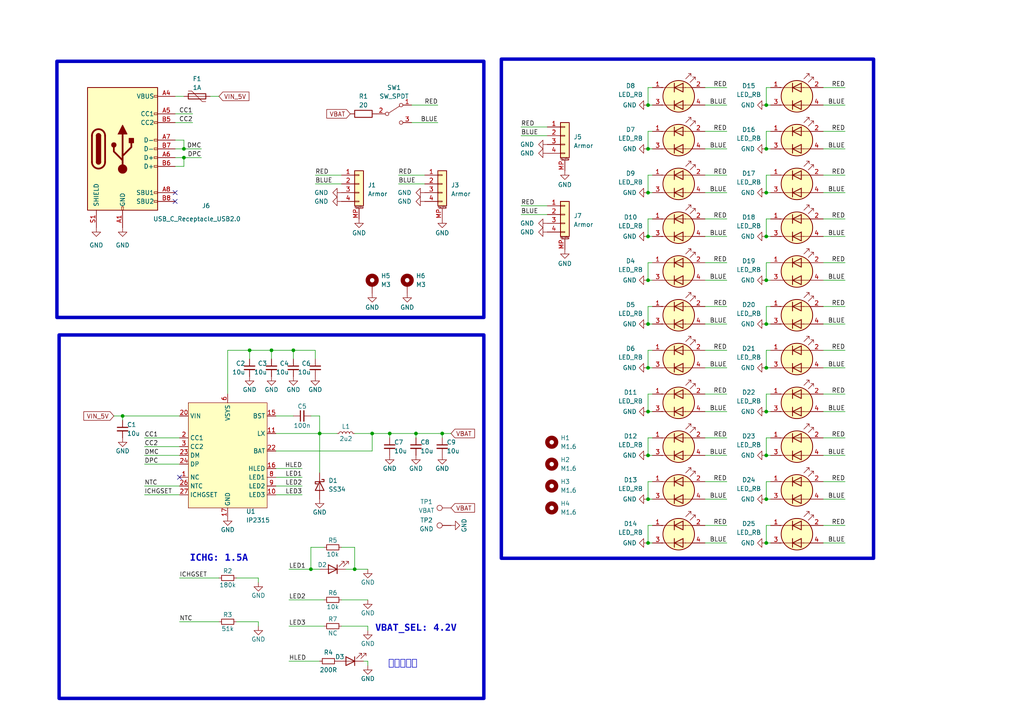
<source format=kicad_sch>
(kicad_sch (version 20231120) (generator "eeschema") (generator_version "8.0")
  (paper "A4")
  (lib_symbols
    (symbol "AEX7 DC-DC:IP2315"
      (property "Reference" "U" (at 14.224 19.558 0))
      (property "Value" "IP2315" (at 14.224 19.558 0))
      (symbol "IP2315_0_0"
        (pin unspecified line (at 13.97 -11.43 180) (length 2.54) (name "LED3") (number "10"))
        (pin unspecified line (at 13.97 6.35 180) (length 2.54) (name "LX") (number "11"))
        (pin unspecified line (at 13.97 11.43 180) (length 2.54) (name "BST") (number "15"))
        (pin unspecified line (at 13.97 -3.81 180) (length 2.54) (name "HLED") (number "16"))
        (pin unspecified line (at 0 -17.78 90) (length 2.54) (name "GND") (number "17"))
        (pin unspecified line (at -13.97 5.08 0) (length 2.54) (name "CC1") (number "2"))
        (pin unspecified line (at 13.97 1.27 180) (length 2.54) (name "BAT") (number "22"))
        (pin unspecified line (at -13.97 0 0) (length 2.54) (name "DM") (number "23"))
        (pin unspecified line (at -13.97 -2.54 0) (length 2.54) (name "DP") (number "24"))
        (pin unspecified line (at -13.97 -8.89 0) (length 2.54) (name "NTC") (number "26"))
        (pin unspecified line (at -13.97 -11.43 0) (length 2.54) (name "ICHGSET") (number "27"))
        (pin unspecified line (at -13.97 2.54 0) (length 2.54) (name "CC2") (number "3"))
        (pin unspecified line (at 0 17.78 270) (length 2.54) (name "VSYS") (number "6"))
        (pin unspecified line (at 13.97 -6.35 180) (length 2.54) (name "LED1") (number "8"))
        (pin unspecified line (at 13.97 -8.89 180) (length 2.54) (name "LED2") (number "9"))
      )
      (symbol "IP2315_1_0"
        (pin unspecified line (at -13.97 -6.35 0) (length 2.54) (name "NC") (number "1"))
        (pin unspecified line (at 13.97 6.35 180) (length 2.54) hide (name "LX") (number "12"))
        (pin unspecified line (at 13.97 6.35 180) (length 2.54) hide (name "LX") (number "13"))
        (pin unspecified line (at 13.97 6.35 180) (length 2.54) hide (name "LX") (number "14"))
        (pin unspecified line (at 0 17.78 270) (length 2.54) hide (name "VSYS") (number "18"))
        (pin unspecified line (at 0 17.78 270) (length 2.54) hide (name "VSYS") (number "19"))
        (pin unspecified line (at -13.97 11.43 0) (length 2.54) (name "VIN") (number "20"))
        (pin unspecified line (at -13.97 11.43 0) (length 2.54) hide (name "VIN") (number "21"))
        (pin unspecified line (at -13.97 -6.35 0) (length 2.54) hide (name "NC") (number "25"))
        (pin unspecified line (at -13.97 -6.35 0) (length 2.54) hide (name "NC") (number "28"))
        (pin unspecified line (at -13.97 -6.35 0) (length 2.54) hide (name "NC") (number "29"))
        (pin unspecified line (at -13.97 -6.35 0) (length 2.54) hide (name "NC") (number "30"))
        (pin unspecified line (at 0 -17.78 90) (length 2.54) hide (name "GND") (number "31"))
        (pin unspecified line (at -13.97 -6.35 0) (length 2.54) hide (name "NC") (number "32"))
        (pin unspecified line (at 0 -17.78 90) (length 2.54) hide (name "GND") (number "33"))
        (pin unspecified line (at -13.97 -6.35 0) (length 2.54) hide (name "NC") (number "4"))
        (pin no_connect line (at -13.97 -6.35 0) (length 2.54) hide (name "NC") (number "5"))
        (pin unspecified line (at 0 17.78 270) (length 2.54) hide (name "VSYS") (number "7"))
      )
    )
    (symbol "Connector:TestPoint" (pin_numbers hide) (pin_names (offset 0.762) hide)
      (property "Reference" "TP" (at 0 6.858 0))
      (property "Value" "TestPoint" (at 0 5.08 0))
      (symbol "TestPoint_1_1"
        (pin passive line (at 0 0 90) (length 2.54) (name "1") (number "1"))
      )
    )
    (symbol "Connector:USB_C_Receptacle_USB2.0" (pin_names (offset 1.016))
      (property "Reference" "J" (at -10.16 19.05 0))
      (property "Value" "USB_C_Receptacle_USB2.0" (at 19.05 19.05 0))
      (symbol "USB_C_Receptacle_USB2.0_1_1"
        (pin passive line (at 0 -22.86 90) (length 5.08) (name "GND") (number "A1"))
        (pin passive line (at 0 -22.86 90) (length 5.08) hide (name "GND") (number "A12"))
        (pin passive line (at 15.24 15.24 180) (length 5.08) (name "VBUS") (number "A4"))
        (pin bidirectional line (at 15.24 10.16 180) (length 5.08) (name "CC1") (number "A5"))
        (pin bidirectional line (at 15.24 -2.54 180) (length 5.08) (name "D+") (number "A6"))
        (pin bidirectional line (at 15.24 2.54 180) (length 5.08) (name "D-") (number "A7"))
        (pin bidirectional line (at 15.24 -12.7 180) (length 5.08) (name "SBU1") (number "A8"))
        (pin passive line (at 15.24 15.24 180) (length 5.08) hide (name "VBUS") (number "A9"))
        (pin passive line (at 0 -22.86 90) (length 5.08) hide (name "GND") (number "B1"))
        (pin passive line (at 0 -22.86 90) (length 5.08) hide (name "GND") (number "B12"))
        (pin passive line (at 15.24 15.24 180) (length 5.08) hide (name "VBUS") (number "B4"))
        (pin bidirectional line (at 15.24 7.62 180) (length 5.08) (name "CC2") (number "B5"))
        (pin bidirectional line (at 15.24 -5.08 180) (length 5.08) (name "D+") (number "B6"))
        (pin bidirectional line (at 15.24 0 180) (length 5.08) (name "D-") (number "B7"))
        (pin bidirectional line (at 15.24 -15.24 180) (length 5.08) (name "SBU2") (number "B8"))
        (pin passive line (at 15.24 15.24 180) (length 5.08) hide (name "VBUS") (number "B9"))
        (pin passive line (at -7.62 -22.86 90) (length 5.08) (name "SHIELD") (number "S1"))
      )
    )
    (symbol "Connector_Generic_MountingPin:Conn_01x04_MountingPin" (pin_names (offset 1.016) hide)
      (property "Reference" "J" (at 0 5.08 0))
      (property "Value" "Conn_01x04_MountingPin" (at 1.27 -7.62 0))
      (symbol "Conn_01x04_MountingPin_1_1"
        (text "Mounting" (at 0 -6.731 0) (effects (font (size 0.381 0.381))))
        (pin passive line (at -5.08 2.54 0) (length 3.81) (name "Pin_1") (number "1"))
        (pin passive line (at -5.08 0 0) (length 3.81) (name "Pin_2") (number "2"))
        (pin passive line (at -5.08 -2.54 0) (length 3.81) (name "Pin_3") (number "3"))
        (pin passive line (at -5.08 -5.08 0) (length 3.81) (name "Pin_4") (number "4"))
        (pin passive line (at 0 -10.16 90) (length 3.048) (name "MountPin") (number "MP"))
      )
    )
    (symbol "Device:C_Small" (pin_numbers hide) (pin_names (offset 0.254) hide)
      (property "Reference" "C" (at 0.254 1.778 0))
      (property "Value" "C_Small" (at 0.254 -2.032 0))
      (symbol "C_Small_1_1"
        (pin passive line (at 0 2.54 270) (length 2.032) (name "~") (number "1"))
        (pin passive line (at 0 -2.54 90) (length 2.032) (name "~") (number "2"))
      )
    )
    (symbol "Device:LED" (pin_numbers hide) (pin_names (offset 1.016) hide)
      (property "Reference" "D" (at 0 2.54 0))
      (property "Value" "LED" (at 0 -2.54 0))
      (symbol "LED_1_1"
        (pin passive line (at -3.81 0 0) (length 2.54) (name "K") (number "1"))
        (pin passive line (at 3.81 0 180) (length 2.54) (name "A") (number "2"))
      )
    )
    (symbol "Device:LED_Dual_KAKA" (pin_names (offset 0) hide)
      (property "Reference" "D" (at 0 5.715 0))
      (property "Value" "LED_Dual_KAKA" (at 0 -6.35 0))
      (symbol "LED_Dual_KAKA_1_1"
        (pin input line (at -7.62 2.54 0) (length 3.048) (name "A1") (number "1"))
        (pin input line (at 7.62 2.54 180) (length 3.81) (name "K1") (number "2"))
        (pin input line (at -7.62 -2.54 0) (length 3.048) (name "A2") (number "3"))
        (pin input line (at 7.62 -2.54 180) (length 3.81) (name "K2") (number "4"))
      )
    )
    (symbol "Device:L_Small" (pin_numbers hide) (pin_names (offset 0.254) hide)
      (property "Reference" "L" (at 0.762 1.016 0))
      (property "Value" "L_Small" (at 0.762 -1.016 0))
      (symbol "L_Small_1_1"
        (pin passive line (at 0 2.54 270) (length 0.508) (name "~") (number "1"))
        (pin passive line (at 0 -2.54 90) (length 0.508) (name "~") (number "2"))
      )
    )
    (symbol "Device:Polyfuse" (pin_numbers hide) (pin_names (offset 0))
      (property "Reference" "F" (at -2.54 0 90))
      (property "Value" "Polyfuse" (at 2.54 0 90))
      (symbol "Polyfuse_1_1"
        (pin passive line (at 0 3.81 270) (length 1.27) (name "~") (number "1"))
        (pin passive line (at 0 -3.81 90) (length 1.27) (name "~") (number "2"))
      )
    )
    (symbol "Device:R" (pin_numbers hide) (pin_names (offset 0))
      (property "Reference" "R" (at 2.032 0 90))
      (property "Value" "R" (at 0 0 90))
      (symbol "R_1_1"
        (pin passive line (at 0 3.81 270) (length 1.27) (name "~") (number "1"))
        (pin passive line (at 0 -3.81 90) (length 1.27) (name "~") (number "2"))
      )
    )
    (symbol "Device:R_Small" (pin_numbers hide) (pin_names (offset 0.254) hide)
      (property "Reference" "R" (at 0.762 0.508 0))
      (property "Value" "R_Small" (at 0.762 -1.016 0))
      (symbol "R_Small_1_1"
        (pin passive line (at 0 2.54 270) (length 0.762) (name "~") (number "1"))
        (pin passive line (at 0 -2.54 90) (length 0.762) (name "~") (number "2"))
      )
    )
    (symbol "Diode:SS34" (pin_numbers hide) (pin_names (offset 1.016) hide)
      (property "Reference" "D" (at 0 2.54 0))
      (property "Value" "SS34" (at 0 -2.54 0))
      (symbol "SS34_1_1"
        (pin passive line (at -3.81 0 0) (length 2.54) (name "K") (number "1"))
        (pin passive line (at 3.81 0 180) (length 2.54) (name "A") (number "2"))
      )
    )
    (symbol "Mechanical:MountingHole" (pin_names (offset 1.016)) (exclude_from_sim yes) (in_bom no)
      (property "Reference" "H" (at 0 5.08 0))
      (property "Value" "MountingHole" (at 0 3.175 0))
    )
    (symbol "Mechanical:MountingHole_Pad" (pin_numbers hide) (pin_names (offset 1.016) hide) (exclude_from_sim yes) (in_bom no)
      (property "Reference" "H" (at 0 6.35 0))
      (property "Value" "MountingHole_Pad" (at 0 4.445 0))
      (symbol "MountingHole_Pad_1_1"
        (pin input line (at 0 -2.54 90) (length 2.54) (name "1") (number "1"))
      )
    )
    (symbol "Switch:SW_SPDT" (pin_names (offset 0) hide)
      (property "Reference" "SW" (at 0 4.318 0))
      (property "Value" "SW_SPDT" (at 0 -5.08 0))
      (symbol "SW_SPDT_1_1"
        (pin passive line (at 5.08 2.54 180) (length 2.54) (name "A") (number "1"))
        (pin passive line (at -5.08 0 0) (length 2.54) (name "B") (number "2"))
        (pin passive line (at 5.08 -2.54 180) (length 2.54) (name "C") (number "3"))
      )
    )
    (symbol "power:GND" (power) (pin_names (offset 0))
      (property "Value" "GND" (at 0 -3.81 0))
      (symbol "GND_1_1"
        (pin power_in line (at 0 0 270) (length 0) hide (name "GND") (number "1"))
      )
    )
  )
  (junction (at 222.25 81.28))
  (junction (at 92.71 125.73))
  (junction (at 53.34 43.18))
  (junction (at 222.25 132.08))
  (junction (at 222.25 157.48))
  (junction (at 222.25 106.68))
  (junction (at 187.96 157.48))
  (junction (at 187.96 119.38))
  (junction (at 90.17 165.1))
  (junction (at 222.25 43.18))
  (junction (at 187.96 43.18))
  (junction (at 187.96 68.58))
  (junction (at 35.56 120.65))
  (junction (at 187.96 81.28))
  (junction (at 187.96 132.08))
  (junction (at 222.25 68.58))
  (junction (at 120.65 125.73))
  (junction (at 222.25 30.48))
  (junction (at 187.96 106.68))
  (junction (at 85.09 101.6))
  (junction (at 128.27 125.73))
  (junction (at 107.95 125.73))
  (junction (at 222.25 55.88))
  (junction (at 113.03 125.73))
  (junction (at 187.96 144.78))
  (junction (at 187.96 93.98))
  (junction (at 222.25 144.78))
  (junction (at 222.25 119.38))
  (junction (at 53.34 45.72))
  (junction (at 102.87 165.1))
  (junction (at 187.96 55.88))
  (junction (at 187.96 30.48))
  (junction (at 222.25 93.98))
  (junction (at 72.39 101.6))
  (junction (at 78.74 101.6))
  (no_connect (at 52.07 138.43))
  (no_connect (at 50.8 55.88))
  (no_connect (at 50.8 58.42))
  (wire (pts (xy 102.87 165.1) (xy 106.68 165.1)))
  (wire (pts (xy 210.82 43.18) (xy 204.47 43.18)))
  (wire (pts (xy 210.82 106.68) (xy 204.47 106.68)))
  (wire (pts (xy 245.11 127) (xy 238.76 127)))
  (wire (pts (xy 222.25 25.4) (xy 223.52 25.4)))
  (wire (pts (xy 245.11 157.48) (xy 238.76 157.48)))
  (wire (pts (xy 222.25 152.4) (xy 223.52 152.4)))
  (wire (pts (xy 187.96 63.5) (xy 189.23 63.5)))
  (wire (pts (xy 245.11 152.4) (xy 238.76 152.4)))
  (wire (pts (xy 41.91 134.62) (xy 52.07 134.62)))
  (wire (pts (xy 245.11 63.5) (xy 238.76 63.5)))
  (wire (pts (xy 187.96 55.88) (xy 187.96 50.8)))
  (wire (pts (xy 245.11 38.1) (xy 238.76 38.1)))
  (wire (pts (xy 187.96 68.58) (xy 187.96 63.5)))
  (wire (pts (xy 41.91 129.54) (xy 52.07 129.54)))
  (wire (pts (xy 210.82 25.4) (xy 204.47 25.4)))
  (wire (pts (xy 90.17 165.1) (xy 92.71 165.1)))
  (wire (pts (xy 222.25 119.38) (xy 223.52 119.38)))
  (wire (pts (xy 91.44 53.34) (xy 99.06 53.34)))
  (wire (pts (xy 187.96 132.08) (xy 187.96 127)))
  (wire (pts (xy 87.63 143.51) (xy 80.01 143.51)))
  (wire (pts (xy 120.65 125.73) (xy 128.27 125.73)))
  (wire (pts (xy 106.68 191.77) (xy 106.68 193.04)))
  (wire (pts (xy 85.09 101.6) (xy 85.09 104.14)))
  (wire (pts (xy 187.96 152.4) (xy 189.23 152.4)))
  (wire (pts (xy 210.82 127) (xy 204.47 127)))
  (wire (pts (xy 58.42 43.18) (xy 53.34 43.18)))
  (wire (pts (xy 99.06 158.75) (xy 102.87 158.75)))
  (wire (pts (xy 245.11 50.8) (xy 238.76 50.8)))
  (wire (pts (xy 245.11 132.08) (xy 238.76 132.08)))
  (wire (pts (xy 210.82 38.1) (xy 204.47 38.1)))
  (wire (pts (xy 102.87 158.75) (xy 102.87 165.1)))
  (wire (pts (xy 187.96 43.18) (xy 189.23 43.18)))
  (wire (pts (xy 187.96 93.98) (xy 189.23 93.98)))
  (wire (pts (xy 80.01 135.89) (xy 87.63 135.89)))
  (wire (pts (xy 187.96 157.48) (xy 187.96 152.4)))
  (wire (pts (xy 222.25 76.2) (xy 223.52 76.2)))
  (wire (pts (xy 92.71 125.73) (xy 97.79 125.73)))
  (wire (pts (xy 115.57 53.34) (xy 123.19 53.34)))
  (wire (pts (xy 106.68 181.61) (xy 106.68 182.88)))
  (wire (pts (xy 35.56 120.65) (xy 52.07 120.65)))
  (wire (pts (xy 187.96 76.2) (xy 189.23 76.2)))
  (wire (pts (xy 78.74 104.14) (xy 78.74 101.6)))
  (wire (pts (xy 115.57 50.8) (xy 123.19 50.8)))
  (wire (pts (xy 91.44 101.6) (xy 91.44 104.14)))
  (wire (pts (xy 210.82 63.5) (xy 204.47 63.5)))
  (wire (pts (xy 187.96 55.88) (xy 189.23 55.88)))
  (wire (pts (xy 66.04 101.6) (xy 72.39 101.6)))
  (wire (pts (xy 210.82 88.9) (xy 204.47 88.9)))
  (wire (pts (xy 127 35.56) (xy 119.38 35.56)))
  (wire (pts (xy 187.96 119.38) (xy 189.23 119.38)))
  (wire (pts (xy 187.96 38.1) (xy 189.23 38.1)))
  (wire (pts (xy 128.27 125.73) (xy 128.27 127)))
  (wire (pts (xy 74.93 180.34) (xy 74.93 181.61)))
  (wire (pts (xy 41.91 140.97) (xy 52.07 140.97)))
  (wire (pts (xy 87.63 140.97) (xy 80.01 140.97)))
  (wire (pts (xy 187.96 139.7) (xy 189.23 139.7)))
  (wire (pts (xy 151.13 36.83) (xy 158.75 36.83)))
  (wire (pts (xy 187.96 50.8) (xy 189.23 50.8)))
  (wire (pts (xy 245.11 43.18) (xy 238.76 43.18)))
  (wire (pts (xy 187.96 144.78) (xy 189.23 144.78)))
  (wire (pts (xy 107.95 130.81) (xy 107.95 125.73)))
  (wire (pts (xy 151.13 62.23) (xy 158.75 62.23)))
  (wire (pts (xy 245.11 81.28) (xy 238.76 81.28)))
  (wire (pts (xy 210.82 152.4) (xy 204.47 152.4)))
  (wire (pts (xy 222.25 43.18) (xy 223.52 43.18)))
  (wire (pts (xy 151.13 39.37) (xy 158.75 39.37)))
  (wire (pts (xy 210.82 81.28) (xy 204.47 81.28)))
  (wire (pts (xy 33.02 120.65) (xy 35.56 120.65)))
  (wire (pts (xy 210.82 55.88) (xy 204.47 55.88)))
  (wire (pts (xy 107.95 125.73) (xy 113.03 125.73)))
  (wire (pts (xy 187.96 81.28) (xy 189.23 81.28)))
  (wire (pts (xy 41.91 143.51) (xy 52.07 143.51)))
  (wire (pts (xy 222.25 30.48) (xy 223.52 30.48)))
  (wire (pts (xy 222.25 119.38) (xy 222.25 114.3)))
  (wire (pts (xy 222.25 88.9) (xy 223.52 88.9)))
  (wire (pts (xy 222.25 43.18) (xy 222.25 38.1)))
  (wire (pts (xy 85.09 101.6) (xy 91.44 101.6)))
  (wire (pts (xy 87.63 138.43) (xy 80.01 138.43)))
  (wire (pts (xy 187.96 114.3) (xy 189.23 114.3)))
  (wire (pts (xy 187.96 68.58) (xy 189.23 68.58)))
  (wire (pts (xy 53.34 45.72) (xy 53.34 48.26)))
  (wire (pts (xy 68.58 180.34) (xy 74.93 180.34)))
  (wire (pts (xy 222.25 81.28) (xy 222.25 76.2)))
  (wire (pts (xy 50.8 45.72) (xy 53.34 45.72)))
  (wire (pts (xy 222.25 144.78) (xy 223.52 144.78)))
  (wire (pts (xy 92.71 120.65) (xy 92.71 125.73)))
  (wire (pts (xy 210.82 50.8) (xy 204.47 50.8)))
  (wire (pts (xy 210.82 139.7) (xy 204.47 139.7)))
  (wire (pts (xy 245.11 25.4) (xy 238.76 25.4)))
  (wire (pts (xy 245.11 144.78) (xy 238.76 144.78)))
  (wire (pts (xy 35.56 120.65) (xy 35.56 121.92)))
  (wire (pts (xy 53.34 48.26) (xy 50.8 48.26)))
  (wire (pts (xy 41.91 127) (xy 52.07 127)))
  (wire (pts (xy 245.11 68.58) (xy 238.76 68.58)))
  (wire (pts (xy 222.25 144.78) (xy 222.25 139.7)))
  (wire (pts (xy 245.11 93.98) (xy 238.76 93.98)))
  (wire (pts (xy 187.96 101.6) (xy 189.23 101.6)))
  (wire (pts (xy 83.82 191.77) (xy 92.71 191.77)))
  (wire (pts (xy 80.01 125.73) (xy 92.71 125.73)))
  (wire (pts (xy 222.25 127) (xy 223.52 127)))
  (wire (pts (xy 210.82 76.2) (xy 204.47 76.2)))
  (wire (pts (xy 187.96 25.4) (xy 189.23 25.4)))
  (wire (pts (xy 222.25 139.7) (xy 223.52 139.7)))
  (wire (pts (xy 222.25 50.8) (xy 223.52 50.8)))
  (wire (pts (xy 113.03 125.73) (xy 113.03 127)))
  (wire (pts (xy 210.82 101.6) (xy 204.47 101.6)))
  (wire (pts (xy 187.96 88.9) (xy 189.23 88.9)))
  (wire (pts (xy 50.8 35.56) (xy 55.88 35.56)))
  (wire (pts (xy 222.25 55.88) (xy 223.52 55.88)))
  (wire (pts (xy 99.06 181.61) (xy 106.68 181.61)))
  (wire (pts (xy 105.41 191.77) (xy 106.68 191.77)))
  (wire (pts (xy 68.58 167.64) (xy 74.93 167.64)))
  (wire (pts (xy 222.25 157.48) (xy 222.25 152.4)))
  (wire (pts (xy 222.25 93.98) (xy 222.25 88.9)))
  (wire (pts (xy 187.96 144.78) (xy 187.96 139.7)))
  (wire (pts (xy 187.96 93.98) (xy 187.96 88.9)))
  (wire (pts (xy 187.96 106.68) (xy 189.23 106.68)))
  (wire (pts (xy 210.82 114.3) (xy 204.47 114.3)))
  (wire (pts (xy 245.11 139.7) (xy 238.76 139.7)))
  (wire (pts (xy 187.96 119.38) (xy 187.96 114.3)))
  (wire (pts (xy 245.11 30.48) (xy 238.76 30.48)))
  (wire (pts (xy 222.25 114.3) (xy 223.52 114.3)))
  (wire (pts (xy 74.93 167.64) (xy 74.93 168.91)))
  (wire (pts (xy 187.96 132.08) (xy 189.23 132.08)))
  (wire (pts (xy 245.11 106.68) (xy 238.76 106.68)))
  (wire (pts (xy 128.27 125.73) (xy 130.81 125.73)))
  (wire (pts (xy 210.82 30.48) (xy 204.47 30.48)))
  (wire (pts (xy 187.96 43.18) (xy 187.96 38.1)))
  (wire (pts (xy 120.65 125.73) (xy 120.65 127)))
  (wire (pts (xy 210.82 93.98) (xy 204.47 93.98)))
  (wire (pts (xy 245.11 114.3) (xy 238.76 114.3)))
  (wire (pts (xy 72.39 104.14) (xy 72.39 101.6)))
  (wire (pts (xy 222.25 63.5) (xy 223.52 63.5)))
  (wire (pts (xy 78.74 101.6) (xy 85.09 101.6)))
  (wire (pts (xy 245.11 88.9) (xy 238.76 88.9)))
  (wire (pts (xy 222.25 157.48) (xy 223.52 157.48)))
  (wire (pts (xy 50.8 40.64) (xy 53.34 40.64)))
  (wire (pts (xy 210.82 132.08) (xy 204.47 132.08)))
  (wire (pts (xy 83.82 173.99) (xy 93.98 173.99)))
  (wire (pts (xy 93.98 158.75) (xy 90.17 158.75)))
  (wire (pts (xy 102.87 165.1) (xy 100.33 165.1)))
  (wire (pts (xy 53.34 40.64) (xy 53.34 43.18)))
  (wire (pts (xy 127 30.48) (xy 119.38 30.48)))
  (wire (pts (xy 222.25 81.28) (xy 223.52 81.28)))
  (wire (pts (xy 92.71 125.73) (xy 92.71 137.16)))
  (wire (pts (xy 91.44 50.8) (xy 99.06 50.8)))
  (wire (pts (xy 187.96 106.68) (xy 187.96 101.6)))
  (wire (pts (xy 66.04 114.3) (xy 66.04 101.6)))
  (wire (pts (xy 222.25 101.6) (xy 223.52 101.6)))
  (wire (pts (xy 90.17 120.65) (xy 92.71 120.65)))
  (wire (pts (xy 222.25 93.98) (xy 223.52 93.98)))
  (wire (pts (xy 151.13 59.69) (xy 158.75 59.69)))
  (wire (pts (xy 222.25 55.88) (xy 222.25 50.8)))
  (wire (pts (xy 222.25 106.68) (xy 223.52 106.68)))
  (wire (pts (xy 72.39 101.6) (xy 78.74 101.6)))
  (wire (pts (xy 52.07 167.64) (xy 63.5 167.64)))
  (wire (pts (xy 222.25 30.48) (xy 222.25 25.4)))
  (wire (pts (xy 210.82 157.48) (xy 204.47 157.48)))
  (wire (pts (xy 83.82 181.61) (xy 93.98 181.61)))
  (wire (pts (xy 222.25 132.08) (xy 223.52 132.08)))
  (wire (pts (xy 113.03 125.73) (xy 120.65 125.73)))
  (wire (pts (xy 245.11 101.6) (xy 238.76 101.6)))
  (wire (pts (xy 80.01 130.81) (xy 107.95 130.81)))
  (wire (pts (xy 99.06 173.99) (xy 106.68 173.99)))
  (wire (pts (xy 222.25 68.58) (xy 222.25 63.5)))
  (wire (pts (xy 210.82 144.78) (xy 204.47 144.78)))
  (wire (pts (xy 50.8 33.02) (xy 55.88 33.02)))
  (wire (pts (xy 222.25 106.68) (xy 222.25 101.6)))
  (wire (pts (xy 52.07 180.34) (xy 63.5 180.34)))
  (wire (pts (xy 187.96 81.28) (xy 187.96 76.2)))
  (wire (pts (xy 60.96 27.94) (xy 63.5 27.94)))
  (wire (pts (xy 222.25 38.1) (xy 223.52 38.1)))
  (wire (pts (xy 50.8 27.94) (xy 53.34 27.94)))
  (wire (pts (xy 187.96 30.48) (xy 189.23 30.48)))
  (wire (pts (xy 187.96 127) (xy 189.23 127)))
  (wire (pts (xy 222.25 132.08) (xy 222.25 127)))
  (wire (pts (xy 210.82 119.38) (xy 204.47 119.38)))
  (wire (pts (xy 41.91 132.08) (xy 52.07 132.08)))
  (wire (pts (xy 187.96 30.48) (xy 187.96 25.4)))
  (wire (pts (xy 222.25 68.58) (xy 223.52 68.58)))
  (wire (pts (xy 58.42 45.72) (xy 53.34 45.72)))
  (wire (pts (xy 245.11 119.38) (xy 238.76 119.38)))
  (wire (pts (xy 53.34 43.18) (xy 50.8 43.18)))
  (wire (pts (xy 187.96 157.48) (xy 189.23 157.48)))
  (wire (pts (xy 90.17 158.75) (xy 90.17 165.1)))
  (wire (pts (xy 80.01 120.65) (xy 85.09 120.65)))
  (wire (pts (xy 102.87 125.73) (xy 107.95 125.73)))
  (wire (pts (xy 245.11 76.2) (xy 238.76 76.2)))
  (wire (pts (xy 245.11 55.88) (xy 238.76 55.88)))
  (wire (pts (xy 210.82 68.58) (xy 204.47 68.58)))
  (wire (pts (xy 83.82 165.1) (xy 90.17 165.1)))
  (rectangle (start 17.145 97.155) (end 140.335 202.565) (stroke (width 1)))
  (rectangle (start 16.51 17.78) (end 140.335 92.075) (stroke (width 1)))
  (rectangle (start 145.415 17.145) (end 253.365 161.925) (stroke (width 1)))
  (text "VBAT_SEL: 4.2V" (at 120.65 182.88 0) (effects (font (size 2 2) (thickness 0.254) (bold yes))))
  (text "快充指示灯" (at 116.84 193.04 0) (effects (font (size 2 2) (thickness 0.254) (bold yes))))
  (text "ICHG: 1.5A\n" (at 63.5 162.56 0) (effects (font (size 2 2) (thickness 0.254) (bold yes))))
  (label "BLUE" (at 210.82 106.68 180))
  (label "BLUE" (at 91.44 53.34 0))
  (label "DPC" (at 58.42 45.72 180))
  (label "RED" (at 210.82 152.4 180))
  (label "DMC" (at 41.91 132.08 0))
  (label "RED" (at 245.11 152.4 180))
  (label "RED" (at 210.82 63.5 180))
  (label "LED1" (at 87.63 138.43 180))
  (label "RED" (at 210.82 50.8 180))
  (label "BLUE" (at 151.13 62.23 0))
  (label "ICHGSET" (at 41.91 143.51 0))
  (label "RED" (at 127 30.48 180))
  (label "RED" (at 245.11 76.2 180))
  (label "BLUE" (at 210.82 43.18 180))
  (label "BLUE" (at 210.82 81.28 180))
  (label "CC2" (at 41.91 129.54 0))
  (label "LED2" (at 87.63 140.97 180))
  (label "RED" (at 115.57 50.8 0))
  (label "BLUE" (at 245.11 119.38 180))
  (label "NTC" (at 41.91 140.97 0))
  (label "BLUE" (at 115.57 53.34 0))
  (label "DMC" (at 58.42 43.18 180))
  (label "HLED" (at 83.82 191.77 0))
  (label "BLUE" (at 245.11 157.48 180))
  (label "BLUE" (at 151.13 39.37 0))
  (label "BLUE" (at 210.82 68.58 180))
  (label "BLUE" (at 210.82 55.88 180))
  (label "BLUE" (at 245.11 132.08 180))
  (label "RED" (at 245.11 38.1 180))
  (label "LED1" (at 83.82 165.1 0))
  (label "RED" (at 210.82 127 180))
  (label "BLUE" (at 245.11 106.68 180))
  (label "RED" (at 91.44 50.8 0))
  (label "LED3" (at 83.82 181.61 0))
  (label "NTC" (at 52.07 180.34 0))
  (label "BLUE" (at 245.11 81.28 180))
  (label "CC1" (at 55.88 33.02 180))
  (label "RED" (at 210.82 25.4 180))
  (label "RED" (at 245.11 88.9 180))
  (label "BLUE" (at 245.11 30.48 180))
  (label "BLUE" (at 210.82 144.78 180))
  (label "CC2" (at 55.88 35.56 180))
  (label "RED" (at 245.11 50.8 180))
  (label "RED" (at 151.13 36.83 0))
  (label "RED" (at 151.13 59.69 0))
  (label "ICHGSET" (at 52.07 167.64 0))
  (label "BLUE" (at 245.11 43.18 180))
  (label "BLUE" (at 245.11 68.58 180))
  (label "RED" (at 245.11 63.5 180))
  (label "BLUE" (at 210.82 132.08 180))
  (label "RED" (at 245.11 127 180))
  (label "CC1" (at 41.91 127 0))
  (label "HLED" (at 87.63 135.89 180))
  (label "RED" (at 245.11 139.7 180))
  (label "DPC" (at 41.91 134.62 0))
  (label "RED" (at 210.82 114.3 180))
  (label "RED" (at 245.11 25.4 180))
  (label "RED" (at 245.11 101.6 180))
  (label "BLUE" (at 127 35.56 180))
  (label "BLUE" (at 210.82 119.38 180))
  (label "RED" (at 210.82 139.7 180))
  (label "BLUE" (at 245.11 93.98 180))
  (label "RED" (at 210.82 88.9 180))
  (label "BLUE" (at 210.82 93.98 180))
  (label "LED2" (at 83.82 173.99 0))
  (label "BLUE" (at 245.11 144.78 180))
  (label "RED" (at 210.82 38.1 180))
  (label "RED" (at 210.82 101.6 180))
  (label "BLUE" (at 210.82 157.48 180))
  (label "BLUE" (at 245.11 55.88 180))
  (label "BLUE" (at 210.82 30.48 180))
  (label "RED" (at 210.82 76.2 180))
  (label "LED3" (at 87.63 143.51 180))
  (label "RED" (at 245.11 114.3 180))
  (global_label "VBAT" (shape input) (at 101.6 33.02 180) (property "Intersheetrefs" "${INTERSHEET_REFS}" (effects (hide yes))))
  (global_label "VBAT" (shape input) (at 130.81 147.32 0) (property "Intersheetrefs" "${INTERSHEET_REFS}" (effects (hide yes))))
  (global_label "VIN_5V" (shape input) (at 33.02 120.65 180) (property "Intersheetrefs" "${INTERSHEET_REFS}" (effects (hide yes))))
  (global_label "VBAT" (shape input) (at 130.81 125.73 0) (property "Intersheetrefs" "${INTERSHEET_REFS}" (effects (hide yes))))
  (global_label "VIN_5V" (shape input) (at 63.5 27.94 0) (property "Intersheetrefs" "${INTERSHEET_REFS}" (effects (hide yes))))
  (symbol (lib_id "power:GND") (at 163.83 72.39 0) (unit 1)
    (property "Reference" "#PWR037" (effects (hide yes)))
    (property "Value" "GND" (at 163.83 76.454 0))
  )
  (symbol (lib_id "power:GND") (at 187.96 119.38 270) (unit 1)
    (property "Reference" "#PWR046" (effects (hide yes)))
    (property "Value" "GND" (at 182.626 119.38 90))
  )
  (symbol (lib_id "Diode:SS34") (at 92.71 140.97 270) (unit 1)
    (property "Reference" "D1" (at 95.25 139.3824 90) (effects (justify left)))
    (property "Value" "SS34" (at 95.25 141.9224 90) (effects (justify left)))
    (property "Footprint" "Diode_SMD:D_SMA" (effects (hide yes)))
    (property "Datasheet" "https://www.vishay.com/docs/88751/ss32.pdf" (effects (hide yes)))
    (property "Description" "40V 3A Schottky Diode, SMA" (effects (hide yes)))
  )
  (symbol (lib_id "Connector:TestPoint") (at 130.81 152.4 90) (unit 1)
    (property "Reference" "TP2" (at 123.698 150.876 90))
    (property "Value" "GND" (at 123.698 153.416 90))
    (property "Footprint" "TestPoint:TestPoint_Pad_2.0x2.0mm" (effects (hide yes)))
    (property "Description" "test point" (effects (hide yes)))
  )
  (symbol (lib_id "power:GND") (at 187.96 93.98 270) (unit 1)
    (property "Reference" "#PWR044" (effects (hide yes)))
    (property "Value" "GND" (at 182.626 93.98 90))
  )
  (symbol (lib_id "power:GND") (at 187.96 68.58 270) (unit 1)
    (property "Reference" "#PWR042" (effects (hide yes)))
    (property "Value" "GND" (at 182.626 68.58 90))
  )
  (symbol (lib_id "power:GND") (at 222.25 144.78 270) (unit 1)
    (property "Reference" "#PWR059" (effects (hide yes)))
    (property "Value" "GND" (at 216.916 144.78 90))
  )
  (symbol (lib_id "Mechanical:MountingHole") (at 160.02 147.32 0) (unit 1) (exclude_from_sim yes) (in_bom no)
    (property "Reference" "H4" (at 162.56 146.0499 0) (effects (justify left)))
    (property "Value" "M1.6" (at 162.56 148.5899 0) (effects (justify left)))
    (property "Footprint" "RM2024:M1.6_Small" (effects (hide yes)))
    (property "Description" "Mounting Hole without connection" (effects (hide yes)))
  )
  (symbol (lib_id "power:GND") (at 104.14 63.5 0) (unit 1)
    (property "Reference" "#PWR014" (effects (hide yes)))
    (property "Value" "GND" (at 104.14 67.564 0))
  )
  (symbol (lib_id "Device:C_Small") (at 85.09 106.68 0) (mirror y) (unit 1)
    (property "Reference" "C4" (at 83.82 105.41 0) (effects (justify left)))
    (property "Value" "10u" (at 83.82 107.95 0) (effects (justify left)))
    (property "Footprint" "Capacitor_SMD:C_0805_2012Metric" (effects (hide yes)))
  )
  (symbol (lib_id "Device:R_Small") (at 66.04 167.64 90) (unit 1)
    (property "Reference" "R2" (at 66.04 165.608 90))
    (property "Value" "180k" (at 66.04 169.672 90))
    (property "Footprint" "Resistor_SMD:R_0603_1608Metric" (effects (hide yes)))
  )
  (symbol (lib_id "Device:C_Small") (at 35.56 124.46 0) (unit 1)
    (property "Reference" "C1" (at 36.83 123.19 0) (effects (justify left)))
    (property "Value" "10u" (at 36.83 125.73 0) (effects (justify left)))
    (property "Footprint" "Capacitor_SMD:C_1206_3216Metric" (effects (hide yes)))
  )
  (symbol (lib_id "power:GND") (at 187.96 55.88 270) (unit 1)
    (property "Reference" "#PWR041" (effects (hide yes)))
    (property "Value" "GND" (at 182.626 55.88 90))
  )
  (symbol (lib_id "power:GND") (at 128.27 63.5 0) (unit 1)
    (property "Reference" "#PWR026" (effects (hide yes)))
    (property "Value" "GND" (at 128.27 67.564 0))
  )
  (symbol (lib_id "Device:R_Small") (at 96.52 181.61 90) (unit 1)
    (property "Reference" "R7" (at 96.52 179.578 90))
    (property "Value" "NC" (at 96.52 183.642 90))
    (property "Footprint" "Resistor_SMD:R_0603_1608Metric" (effects (hide yes)))
  )
  (symbol (lib_id "AEX7 DC-DC:IP2315") (at 66.04 132.08 0) (unit 1)
    (property "Reference" "U1" (at 71.374 148.336 0) (effects (justify left)))
    (property "Value" "IP2315" (at 71.374 150.876 0) (effects (justify left)))
    (property "Footprint" "Package_DFN_QFN:QFN-32-1EP_5x5mm_P0.5mm_EP3.6x3.6mm" (effects (hide yes)))
  )
  (symbol (lib_id "power:GND") (at 106.68 173.99 0) (unit 1)
    (property "Reference" "#PWR017" (effects (hide yes)))
    (property "Value" "GND" (at 106.68 177.8 0))
  )
  (symbol (lib_id "power:GND") (at 222.25 30.48 270) (unit 1)
    (property "Reference" "#PWR050" (effects (hide yes)))
    (property "Value" "GND" (at 216.916 30.48 90))
  )
  (symbol (lib_id "power:GND") (at 158.75 44.45 270) (unit 1)
    (property "Reference" "#PWR031" (effects (hide yes)))
    (property "Value" "GND" (at 154.94 44.4499 90) (effects (justify right)))
  )
  (symbol (lib_id "power:GND") (at 158.75 64.77 270) (unit 1)
    (property "Reference" "#PWR034" (effects (hide yes)))
    (property "Value" "GND" (at 154.94 64.7699 90) (effects (justify right)))
  )
  (symbol (lib_id "power:GND") (at 222.25 43.18 270) (unit 1)
    (property "Reference" "#PWR051" (effects (hide yes)))
    (property "Value" "GND" (at 216.916 43.18 90))
  )
  (symbol (lib_id "power:GND") (at 106.68 193.04 0) (unit 1)
    (property "Reference" "#PWR019" (effects (hide yes)))
    (property "Value" "GND" (at 106.68 196.85 0))
  )
  (symbol (lib_id "power:GND") (at 163.83 49.53 0) (unit 1)
    (property "Reference" "#PWR032" (effects (hide yes)))
    (property "Value" "GND" (at 163.83 53.594 0))
  )
  (symbol (lib_id "power:GND") (at 222.25 106.68 270) (unit 1)
    (property "Reference" "#PWR056" (effects (hide yes)))
    (property "Value" "GND" (at 216.916 106.68 90))
  )
  (symbol (lib_id "power:GND") (at 27.94 66.04 0) (mirror y) (unit 1)
    (property "Reference" "#PWR033" (effects (hide yes)))
    (property "Value" "GND" (at 27.94 71.12 0))
  )
  (symbol (lib_id "power:GND") (at 187.96 106.68 270) (unit 1)
    (property "Reference" "#PWR045" (effects (hide yes)))
    (property "Value" "GND" (at 182.626 106.68 90))
  )
  (symbol (lib_id "Device:LED") (at 101.6 191.77 180) (unit 1)
    (property "Reference" "D3" (at 98.552 190.5 0))
    (property "Value" "LED_Pink" (effects (hide yes)))
    (property "Footprint" "LED_SMD:LED_0603_1608Metric" (effects (hide yes)))
    (property "Description" "Light emitting diode" (effects (hide yes)))
  )
  (symbol (lib_id "Device:R_Small") (at 96.52 158.75 90) (unit 1)
    (property "Reference" "R5" (at 96.52 156.718 90))
    (property "Value" "10k" (at 96.52 160.782 90))
    (property "Footprint" "Resistor_SMD:R_0603_1608Metric" (effects (hide yes)))
  )
  (symbol (lib_id "Device:LED_Dual_KAKA") (at 196.85 116.84 0) (unit 1)
    (property "Reference" "D11" (at 182.88 113.792 0))
    (property "Value" "LED_RB" (at 182.88 116.332 0))
    (property "Footprint" "LED_SMD:LED_Avago_PLCC4_3.2x2.8mm_CW" (effects (hide yes)))
    (property "Description" "Dual LED, cathodes on pins 1 and 3" (effects (hide yes)))
  )
  (symbol (lib_id "power:GND") (at 118.11 85.09 0) (unit 1)
    (property "Reference" "#PWR065" (effects (hide yes)))
    (property "Value" "GND" (at 118.11 89.154 0))
  )
  (symbol (lib_id "power:GND") (at 66.04 149.86 0) (unit 1)
    (property "Reference" "#PWR02" (effects (hide yes)))
    (property "Value" "GND" (at 66.04 153.67 0))
  )
  (symbol (lib_id "Device:LED_Dual_KAKA") (at 196.85 78.74 0) (unit 1)
    (property "Reference" "D4" (at 182.88 75.692 0))
    (property "Value" "LED_RB" (at 182.88 78.232 0))
    (property "Footprint" "LED_SMD:LED_Avago_PLCC4_3.2x2.8mm_CW" (effects (hide yes)))
    (property "Description" "Dual LED, cathodes on pins 1 and 3" (effects (hide yes)))
  )
  (symbol (lib_id "Device:LED_Dual_KAKA") (at 231.14 27.94 0) (unit 1)
    (property "Reference" "D15" (at 217.17 24.892 0))
    (property "Value" "LED_RB" (at 217.17 27.432 0))
    (property "Footprint" "LED_SMD:LED_Avago_PLCC4_3.2x2.8mm_CW" (effects (hide yes)))
    (property "Description" "Dual LED, cathodes on pins 1 and 3" (effects (hide yes)))
  )
  (symbol (lib_id "Mechanical:MountingHole") (at 160.02 140.97 0) (unit 1) (exclude_from_sim yes) (in_bom no)
    (property "Reference" "H3" (at 162.56 139.6999 0) (effects (justify left)))
    (property "Value" "M1.6" (at 162.56 142.2399 0) (effects (justify left)))
    (property "Footprint" "RM2024:M1.6_Small" (effects (hide yes)))
    (property "Description" "Mounting Hole without connection" (effects (hide yes)))
  )
  (symbol (lib_id "Connector_Generic_MountingPin:Conn_01x04_MountingPin") (at 104.14 53.34 0) (unit 1)
    (property "Reference" "J1" (at 106.68 53.6956 0) (effects (justify left)))
    (property "Value" "Armor" (at 106.68 56.2356 0) (effects (justify left)))
    (property "Footprint" "Connector_JST:JST_GH_SM04B-GHS-TB_1x04-1MP_P1.25mm_Horizontal" (effects (hide yes)))
  )
  (symbol (lib_id "power:GND") (at 123.19 55.88 270) (unit 1)
    (property "Reference" "#PWR021" (effects (hide yes)))
    (property "Value" "GND" (at 119.38 55.8799 90) (effects (justify right)))
  )
  (symbol (lib_id "Mechanical:MountingHole") (at 160.02 134.62 0) (unit 1) (exclude_from_sim yes) (in_bom no)
    (property "Reference" "H2" (at 162.56 133.3499 0) (effects (justify left)))
    (property "Value" "M1.6" (at 162.56 135.8899 0) (effects (justify left)))
    (property "Footprint" "RM2024:M1.6_Small" (effects (hide yes)))
    (property "Description" "Mounting Hole without connection" (effects (hide yes)))
  )
  (symbol (lib_id "power:GND") (at 158.75 41.91 270) (unit 1)
    (property "Reference" "#PWR030" (effects (hide yes)))
    (property "Value" "GND" (at 154.94 41.9099 90) (effects (justify right)))
  )
  (symbol (lib_id "power:GND") (at 187.96 132.08 270) (unit 1)
    (property "Reference" "#PWR047" (effects (hide yes)))
    (property "Value" "GND" (at 182.626 132.08 90))
  )
  (symbol (lib_id "power:GND") (at 78.74 109.22 0) (mirror y) (unit 1)
    (property "Reference" "#PWR06" (effects (hide yes)))
    (property "Value" "GND" (at 78.74 113.03 0))
  )
  (symbol (lib_id "Device:LED_Dual_KAKA") (at 231.14 66.04 0) (unit 1)
    (property "Reference" "D18" (at 217.17 62.992 0))
    (property "Value" "LED_RB" (at 217.17 65.532 0))
    (property "Footprint" "LED_SMD:LED_Avago_PLCC4_3.2x2.8mm_CW" (effects (hide yes)))
    (property "Description" "Dual LED, cathodes on pins 1 and 3" (effects (hide yes)))
  )
  (symbol (lib_id "Device:LED_Dual_KAKA") (at 231.14 116.84 0) (unit 1)
    (property "Reference" "D22" (at 217.17 113.792 0))
    (property "Value" "LED_RB" (at 217.17 116.332 0))
    (property "Footprint" "LED_SMD:LED_Avago_PLCC4_3.2x2.8mm_CW" (effects (hide yes)))
    (property "Description" "Dual LED, cathodes on pins 1 and 3" (effects (hide yes)))
  )
  (symbol (lib_id "Device:C_Small") (at 91.44 106.68 0) (mirror y) (unit 1)
    (property "Reference" "C6" (at 90.17 105.41 0) (effects (justify left)))
    (property "Value" "10u" (at 90.17 107.95 0) (effects (justify left)))
    (property "Footprint" "Capacitor_SMD:C_0805_2012Metric" (effects (hide yes)))
  )
  (symbol (lib_id "power:GND") (at 128.27 132.08 0) (unit 1)
    (property "Reference" "#PWR028" (effects (hide yes)))
    (property "Value" "GND" (at 128.27 135.89 0))
  )
  (symbol (lib_id "power:GND") (at 222.25 55.88 270) (unit 1)
    (property "Reference" "#PWR052" (effects (hide yes)))
    (property "Value" "GND" (at 216.916 55.88 90))
  )
  (symbol (lib_id "Connector:TestPoint") (at 130.81 147.32 90) (unit 1)
    (property "Reference" "TP1" (at 123.698 145.542 90))
    (property "Value" "VBAT" (at 123.698 148.082 90))
    (property "Footprint" "TestPoint:TestPoint_Pad_2.0x2.0mm" (effects (hide yes)))
    (property "Description" "test point" (effects (hide yes)))
  )
  (symbol (lib_id "power:GND") (at 91.44 109.22 0) (mirror y) (unit 1)
    (property "Reference" "#PWR08" (effects (hide yes)))
    (property "Value" "GND" (at 91.44 113.03 0))
  )
  (symbol (lib_id "Device:R_Small") (at 66.04 180.34 90) (unit 1)
    (property "Reference" "R3" (at 66.04 178.308 90))
    (property "Value" "51k" (at 66.04 182.372 90))
    (property "Footprint" "Resistor_SMD:R_0603_1608Metric" (effects (hide yes)))
  )
  (symbol (lib_id "Device:LED_Dual_KAKA") (at 231.14 91.44 0) (unit 1)
    (property "Reference" "D20" (at 217.17 88.392 0))
    (property "Value" "LED_RB" (at 217.17 90.932 0))
    (property "Footprint" "LED_SMD:LED_Avago_PLCC4_3.2x2.8mm_CW" (effects (hide yes)))
    (property "Description" "Dual LED, cathodes on pins 1 and 3" (effects (hide yes)))
  )
  (symbol (lib_id "Device:LED_Dual_KAKA") (at 196.85 104.14 0) (unit 1)
    (property "Reference" "D6" (at 182.88 101.092 0))
    (property "Value" "LED_RB" (at 182.88 103.632 0))
    (property "Footprint" "LED_SMD:LED_Avago_PLCC4_3.2x2.8mm_CW" (effects (hide yes)))
    (property "Description" "Dual LED, cathodes on pins 1 and 3" (effects (hide yes)))
  )
  (symbol (lib_id "power:GND") (at 187.96 81.28 270) (unit 1)
    (property "Reference" "#PWR043" (effects (hide yes)))
    (property "Value" "GND" (at 182.626 81.28 90))
  )
  (symbol (lib_id "Device:LED_Dual_KAKA") (at 196.85 27.94 0) (unit 1)
    (property "Reference" "D8" (at 182.88 24.892 0))
    (property "Value" "LED_RB" (at 182.88 27.432 0))
    (property "Footprint" "LED_SMD:LED_Avago_PLCC4_3.2x2.8mm_CW" (effects (hide yes)))
    (property "Description" "Dual LED, cathodes on pins 1 and 3" (effects (hide yes)))
  )
  (symbol (lib_id "Device:LED_Dual_KAKA") (at 196.85 40.64 0) (unit 1)
    (property "Reference" "D7" (at 182.88 37.592 0))
    (property "Value" "LED_RB" (at 182.88 40.132 0))
    (property "Footprint" "LED_SMD:LED_Avago_PLCC4_3.2x2.8mm_CW" (effects (hide yes)))
    (property "Description" "Dual LED, cathodes on pins 1 and 3" (effects (hide yes)))
  )
  (symbol (lib_id "power:GND") (at 35.56 66.04 0) (mirror y) (unit 1)
    (property "Reference" "#PWR036" (effects (hide yes)))
    (property "Value" "GND" (at 35.56 71.12 0))
  )
  (symbol (lib_id "Device:LED_Dual_KAKA") (at 196.85 154.94 0) (unit 1)
    (property "Reference" "D14" (at 182.88 151.892 0))
    (property "Value" "LED_RB" (at 182.88 154.432 0))
    (property "Footprint" "LED_SMD:LED_Avago_PLCC4_3.2x2.8mm_CW" (effects (hide yes)))
    (property "Description" "Dual LED, cathodes on pins 1 and 3" (effects (hide yes)))
  )
  (symbol (lib_id "power:GND") (at 222.25 119.38 270) (unit 1)
    (property "Reference" "#PWR057" (effects (hide yes)))
    (property "Value" "GND" (at 216.916 119.38 90))
  )
  (symbol (lib_id "power:GND") (at 85.09 109.22 0) (unit 1)
    (property "Reference" "#PWR07" (effects (hide yes)))
    (property "Value" "GND" (at 85.09 113.03 0))
  )
  (symbol (lib_id "power:GND") (at 72.39 109.22 0) (mirror y) (unit 1)
    (property "Reference" "#PWR03" (effects (hide yes)))
    (property "Value" "GND" (at 72.39 113.03 0))
  )
  (symbol (lib_id "Connector_Generic_MountingPin:Conn_01x04_MountingPin") (at 163.83 39.37 0) (unit 1)
    (property "Reference" "J5" (at 166.37 39.7256 0) (effects (justify left)))
    (property "Value" "Armor" (at 166.37 42.2656 0) (effects (justify left)))
    (property "Footprint" "Connector_JST:JST_GH_SM04B-GHS-TB_1x04-1MP_P1.25mm_Horizontal" (effects (hide yes)))
  )
  (symbol (lib_id "Device:R_Small") (at 96.52 173.99 90) (unit 1)
    (property "Reference" "R6" (at 96.52 171.958 90))
    (property "Value" "10k" (at 96.52 176.022 90))
    (property "Footprint" "Resistor_SMD:R_0603_1608Metric" (effects (hide yes)))
  )
  (symbol (lib_id "power:GND") (at 35.56 127 0) (unit 1)
    (property "Reference" "#PWR01" (effects (hide yes)))
    (property "Value" "GND" (at 35.56 130.81 0))
  )
  (symbol (lib_id "Mechanical:MountingHole_Pad") (at 107.95 82.55 0) (unit 1) (exclude_from_sim yes) (in_bom no)
    (property "Reference" "H5" (at 110.49 80.0099 0) (effects (justify left)))
    (property "Value" "M3" (at 110.49 82.5499 0) (effects (justify left)))
    (property "Footprint" "MountingHole:MountingHole_3.2mm_M3_Pad_Via" (effects (hide yes)))
    (property "Description" "Mounting Hole with connection" (effects (hide yes)))
  )
  (symbol (lib_id "Device:LED_Dual_KAKA") (at 231.14 40.64 0) (unit 1)
    (property "Reference" "D16" (at 217.17 37.592 0))
    (property "Value" "LED_RB" (at 217.17 40.132 0))
    (property "Footprint" "LED_SMD:LED_Avago_PLCC4_3.2x2.8mm_CW" (effects (hide yes)))
    (property "Description" "Dual LED, cathodes on pins 1 and 3" (effects (hide yes)))
  )
  (symbol (lib_id "Device:C_Small") (at 87.63 120.65 90) (unit 1)
    (property "Reference" "C5" (at 87.63 117.856 90))
    (property "Value" "100n" (at 87.63 123.444 90))
    (property "Footprint" "Capacitor_SMD:C_0603_1608Metric" (effects (hide yes)))
  )
  (symbol (lib_id "Device:C_Small") (at 128.27 129.54 0) (unit 1)
    (property "Reference" "C9" (at 129.54 128.27 0) (effects (justify left)))
    (property "Value" "10u" (at 129.54 130.81 0) (effects (justify left)))
    (property "Footprint" "Capacitor_SMD:C_0805_2012Metric" (effects (hide yes)))
  )
  (symbol (lib_id "Device:LED_Dual_KAKA") (at 196.85 66.04 0) (unit 1)
    (property "Reference" "D10" (at 182.88 62.992 0))
    (property "Value" "LED_RB" (at 182.88 65.532 0))
    (property "Footprint" "LED_SMD:LED_Avago_PLCC4_3.2x2.8mm_CW" (effects (hide yes)))
    (property "Description" "Dual LED, cathodes on pins 1 and 3" (effects (hide yes)))
  )
  (symbol (lib_id "power:GND") (at 222.25 157.48 270) (unit 1)
    (property "Reference" "#PWR060" (effects (hide yes)))
    (property "Value" "GND" (at 216.916 157.48 90))
  )
  (symbol (lib_id "power:GND") (at 130.81 152.4 90) (unit 1)
    (property "Reference" "#PWR029" (effects (hide yes)))
    (property "Value" "GND" (at 134.62 152.4 0))
  )
  (symbol (lib_id "power:GND") (at 120.65 132.08 0) (unit 1)
    (property "Reference" "#PWR025" (effects (hide yes)))
    (property "Value" "GND" (at 120.65 135.89 0))
  )
  (symbol (lib_id "Device:LED_Dual_KAKA") (at 231.14 154.94 0) (unit 1)
    (property "Reference" "D25" (at 217.17 151.892 0))
    (property "Value" "LED_RB" (at 217.17 154.432 0))
    (property "Footprint" "LED_SMD:LED_Avago_PLCC4_3.2x2.8mm_CW" (effects (hide yes)))
    (property "Description" "Dual LED, cathodes on pins 1 and 3" (effects (hide yes)))
  )
  (symbol (lib_id "power:GND") (at 74.93 168.91 0) (unit 1)
    (property "Reference" "#PWR04" (effects (hide yes)))
    (property "Value" "GND" (at 74.93 172.72 0))
  )
  (symbol (lib_id "power:GND") (at 123.19 58.42 270) (unit 1)
    (property "Reference" "#PWR022" (effects (hide yes)))
    (property "Value" "GND" (at 119.38 58.4199 90) (effects (justify right)))
  )
  (symbol (lib_id "Device:LED_Dual_KAKA") (at 231.14 142.24 0) (unit 1)
    (property "Reference" "D24" (at 217.17 139.192 0))
    (property "Value" "LED_RB" (at 217.17 141.732 0))
    (property "Footprint" "LED_SMD:LED_Avago_PLCC4_3.2x2.8mm_CW" (effects (hide yes)))
    (property "Description" "Dual LED, cathodes on pins 1 and 3" (effects (hide yes)))
  )
  (symbol (lib_id "power:GND") (at 222.25 132.08 270) (unit 1)
    (property "Reference" "#PWR058" (effects (hide yes)))
    (property "Value" "GND" (at 216.916 132.08 90))
  )
  (symbol (lib_id "power:GND") (at 99.06 55.88 270) (unit 1)
    (property "Reference" "#PWR010" (effects (hide yes)))
    (property "Value" "GND" (at 95.25 55.8799 90) (effects (justify right)))
  )
  (symbol (lib_id "Device:C_Small") (at 78.74 106.68 0) (mirror y) (unit 1)
    (property "Reference" "C3" (at 77.47 105.41 0) (effects (justify left)))
    (property "Value" "10u" (at 77.47 107.95 0) (effects (justify left)))
    (property "Footprint" "Capacitor_SMD:C_0805_2012Metric" (effects (hide yes)))
  )
  (symbol (lib_id "Device:LED") (at 96.52 165.1 180) (unit 1)
    (property "Reference" "D2" (at 93.472 163.83 0))
    (property "Value" "LED_Pink" (effects (hide yes)))
    (property "Footprint" "LED_SMD:LED_0603_1608Metric" (effects (hide yes)))
    (property "Description" "Light emitting diode" (effects (hide yes)))
  )
  (symbol (lib_id "Connector:USB_C_Receptacle_USB2.0") (at 35.56 43.18 0) (unit 1)
    (property "Reference" "J6" (at 60.96 59.69 0) (effects (justify right)))
    (property "Value" "USB_C_Receptacle_USB2.0" (at 69.85 63.5 0) (effects (justify right)))
    (property "Footprint" "RM2024:USB_C_Receptacle_HRO_TYPE-C-31-M-12_NO_HOLE" (effects (hide yes)))
    (property "Datasheet" "https://www.usb.org/sites/default/files/documents/usb_type-c.zip" (effects (hide yes)))
  )
  (symbol (lib_id "Device:LED_Dual_KAKA") (at 196.85 53.34 0) (unit 1)
    (property "Reference" "D9" (at 182.88 50.292 0))
    (property "Value" "LED_RB" (at 182.88 52.832 0))
    (property "Footprint" "LED_SMD:LED_Avago_PLCC4_3.2x2.8mm_CW" (effects (hide yes)))
    (property "Description" "Dual LED, cathodes on pins 1 and 3" (effects (hide yes)))
  )
  (symbol (lib_id "power:GND") (at 106.68 165.1 0) (unit 1)
    (property "Reference" "#PWR016" (effects (hide yes)))
    (property "Value" "GND" (at 106.68 168.91 0))
  )
  (symbol (lib_id "power:GND") (at 187.96 30.48 270) (unit 1)
    (property "Reference" "#PWR038" (effects (hide yes)))
    (property "Value" "GND" (at 182.626 30.48 90))
  )
  (symbol (lib_id "Device:Polyfuse") (at 57.15 27.94 270) (mirror x) (unit 1)
    (property "Reference" "F1" (at 57.15 22.86 90))
    (property "Value" "1A" (at 57.15 25.4 90))
    (property "Footprint" "Fuse:Fuse_1206_3216Metric" (effects (hide yes)))
  )
  (symbol (lib_id "power:GND") (at 222.25 81.28 270) (unit 1)
    (property "Reference" "#PWR054" (effects (hide yes)))
    (property "Value" "GND" (at 216.916 81.28 90))
  )
  (symbol (lib_id "power:GND") (at 113.03 132.08 0) (unit 1)
    (property "Reference" "#PWR020" (effects (hide yes)))
    (property "Value" "GND" (at 113.03 135.89 0))
  )
  (symbol (lib_id "Device:C_Small") (at 113.03 129.54 0) (unit 1)
    (property "Reference" "C7" (at 114.3 128.27 0) (effects (justify left)))
    (property "Value" "10u" (at 114.3 130.81 0) (effects (justify left)))
    (property "Footprint" "Capacitor_SMD:C_0805_2012Metric" (effects (hide yes)))
  )
  (symbol (lib_id "Device:LED_Dual_KAKA") (at 231.14 129.54 0) (unit 1)
    (property "Reference" "D23" (at 217.17 126.492 0))
    (property "Value" "LED_RB" (at 217.17 129.032 0))
    (property "Footprint" "LED_SMD:LED_Avago_PLCC4_3.2x2.8mm_CW" (effects (hide yes)))
    (property "Description" "Dual LED, cathodes on pins 1 and 3" (effects (hide yes)))
  )
  (symbol (lib_id "Connector_Generic_MountingPin:Conn_01x04_MountingPin") (at 128.27 53.34 0) (unit 1)
    (property "Reference" "J3" (at 130.81 53.6956 0) (effects (justify left)))
    (property "Value" "Armor" (at 130.81 56.2356 0) (effects (justify left)))
    (property "Footprint" "Connector_JST:JST_GH_SM04B-GHS-TB_1x04-1MP_P1.25mm_Horizontal" (effects (hide yes)))
  )
  (symbol (lib_id "power:GND") (at 187.96 157.48 270) (unit 1)
    (property "Reference" "#PWR049" (effects (hide yes)))
    (property "Value" "GND" (at 182.626 157.48 90))
  )
  (symbol (lib_id "Device:LED_Dual_KAKA") (at 196.85 142.24 0) (unit 1)
    (property "Reference" "D13" (at 182.88 139.192 0))
    (property "Value" "LED_RB" (at 182.88 141.732 0))
    (property "Footprint" "LED_SMD:LED_Avago_PLCC4_3.2x2.8mm_CW" (effects (hide yes)))
    (property "Description" "Dual LED, cathodes on pins 1 and 3" (effects (hide yes)))
  )
  (symbol (lib_id "Device:R") (at 105.41 33.02 90) (unit 1)
    (property "Reference" "R1" (at 105.41 27.94 90))
    (property "Value" "20" (at 105.41 30.48 90))
    (property "Footprint" "Resistor_SMD:R_1206_3216Metric" (effects (hide yes)))
  )
  (symbol (lib_id "Device:LED_Dual_KAKA") (at 196.85 91.44 0) (unit 1)
    (property "Reference" "D5" (at 182.88 88.392 0))
    (property "Value" "LED_RB" (at 182.88 90.932 0))
    (property "Footprint" "LED_SMD:LED_Avago_PLCC4_3.2x2.8mm_CW" (effects (hide yes)))
    (property "Description" "Dual LED, cathodes on pins 1 and 3" (effects (hide yes)))
  )
  (symbol (lib_id "Mechanical:MountingHole_Pad") (at 118.11 82.55 0) (unit 1) (exclude_from_sim yes) (in_bom no)
    (property "Reference" "H6" (at 120.65 80.0099 0) (effects (justify left)))
    (property "Value" "M3" (at 120.65 82.5499 0) (effects (justify left)))
    (property "Footprint" "MountingHole:MountingHole_3.2mm_M3_Pad_Via" (effects (hide yes)))
    (property "Description" "Mounting Hole with connection" (effects (hide yes)))
  )
  (symbol (lib_id "Device:R_Small") (at 95.25 191.77 270) (unit 1)
    (property "Reference" "R4" (at 95.25 189.23 90))
    (property "Value" "200R" (at 95.25 194.31 90))
    (property "Footprint" "Resistor_SMD:R_0603_1608Metric" (effects (hide yes)))
  )
  (symbol (lib_id "Device:C_Small") (at 120.65 129.54 0) (unit 1)
    (property "Reference" "C8" (at 121.92 128.27 0) (effects (justify left)))
    (property "Value" "10u" (at 121.92 130.81 0) (effects (justify left)))
    (property "Footprint" "Capacitor_SMD:C_0805_2012Metric" (effects (hide yes)))
  )
  (symbol (lib_id "power:GND") (at 222.25 93.98 270) (unit 1)
    (property "Reference" "#PWR055" (effects (hide yes)))
    (property "Value" "GND" (at 216.916 93.98 90))
  )
  (symbol (lib_id "Device:LED_Dual_KAKA") (at 231.14 53.34 0) (unit 1)
    (property "Reference" "D17" (at 217.17 50.292 0))
    (property "Value" "LED_RB" (at 217.17 52.832 0))
    (property "Footprint" "LED_SMD:LED_Avago_PLCC4_3.2x2.8mm_CW" (effects (hide yes)))
    (property "Description" "Dual LED, cathodes on pins 1 and 3" (effects (hide yes)))
  )
  (symbol (lib_id "power:GND") (at 187.96 144.78 270) (unit 1)
    (property "Reference" "#PWR048" (effects (hide yes)))
    (property "Value" "GND" (at 182.626 144.78 90))
  )
  (symbol (lib_id "power:GND") (at 222.25 68.58 270) (unit 1)
    (property "Reference" "#PWR053" (effects (hide yes)))
    (property "Value" "GND" (at 216.916 68.58 90))
  )
  (symbol (lib_id "Device:L_Small") (at 100.33 125.73 90) (unit 1)
    (property "Reference" "L1" (at 100.33 123.698 90))
    (property "Value" "2u2" (at 100.33 127.254 90))
    (property "Footprint" "Inductor_SMD:L_Sunlord_MWSA0603S" (effects (hide yes)))
    (property "Description" "Inductor, small symbol" (effects (hide yes)))
  )
  (symbol (lib_id "power:GND") (at 106.68 182.88 0) (unit 1)
    (property "Reference" "#PWR018" (effects (hide yes)))
    (property "Value" "GND" (at 106.68 186.69 0))
  )
  (symbol (lib_id "power:GND") (at 158.75 67.31 270) (unit 1)
    (property "Reference" "#PWR035" (effects (hide yes)))
    (property "Value" "GND" (at 154.94 67.3099 90) (effects (justify right)))
  )
  (symbol (lib_id "power:GND") (at 92.71 144.78 0) (unit 1)
    (property "Reference" "#PWR09" (effects (hide yes)))
    (property "Value" "GND" (at 92.71 148.59 0))
  )
  (symbol (lib_id "Connector_Generic_MountingPin:Conn_01x04_MountingPin") (at 163.83 62.23 0) (unit 1)
    (property "Reference" "J7" (at 166.37 62.5856 0) (effects (justify left)))
    (property "Value" "Armor" (at 166.37 65.1256 0) (effects (justify left)))
    (property "Footprint" "Connector_JST:JST_GH_SM04B-GHS-TB_1x04-1MP_P1.25mm_Horizontal" (effects (hide yes)))
  )
  (symbol (lib_id "Switch:SW_SPDT") (at 114.3 33.02 0) (unit 1)
    (property "Reference" "SW1" (at 114.3 25.4 0))
    (property "Value" "SW_SPDT" (at 114.3 27.94 0))
    (property "Footprint" "Connector_PinHeader_2.54mm:PinHeader_1x03_P2.54mm_Horizontal" (effects (hide yes)))
  )
  (symbol (lib_id "power:GND") (at 99.06 58.42 270) (unit 1)
    (property "Reference" "#PWR011" (effects (hide yes)))
    (property "Value" "GND" (at 95.25 58.4199 90) (effects (justify right)))
  )
  (symbol (lib_id "Device:LED_Dual_KAKA") (at 196.85 129.54 0) (unit 1)
    (property "Reference" "D12" (at 182.88 126.492 0))
    (property "Value" "LED_RB" (at 182.88 129.032 0))
    (property "Footprint" "LED_SMD:LED_Avago_PLCC4_3.2x2.8mm_CW" (effects (hide yes)))
    (property "Description" "Dual LED, cathodes on pins 1 and 3" (effects (hide yes)))
  )
  (symbol (lib_id "Device:C_Small") (at 72.39 106.68 0) (mirror y) (unit 1)
    (property "Reference" "C2" (at 71.12 105.41 0) (effects (justify left)))
    (property "Value" "10u" (at 71.12 107.95 0) (effects (justify left)))
    (property "Footprint" "Capacitor_SMD:C_0805_2012Metric" (effects (hide yes)))
  )
  (symbol (lib_id "Device:LED_Dual_KAKA") (at 231.14 78.74 0) (unit 1)
    (property "Reference" "D19" (at 217.17 75.692 0))
    (property "Value" "LED_RB" (at 217.17 78.232 0))
    (property "Footprint" "LED_SMD:LED_Avago_PLCC4_3.2x2.8mm_CW" (effects (hide yes)))
    (property "Description" "Dual LED, cathodes on pins 1 and 3" (effects (hide yes)))
  )
  (symbol (lib_id "power:GND") (at 74.93 181.61 0) (unit 1)
    (property "Reference" "#PWR05" (effects (hide yes)))
    (property "Value" "GND" (at 74.93 185.42 0))
  )
  (symbol (lib_id "power:GND") (at 107.95 85.09 0) (unit 1)
    (property "Reference" "#PWR064" (effects (hide yes)))
    (property "Value" "GND" (at 107.95 89.154 0))
  )
  (symbol (lib_id "power:GND") (at 187.96 43.18 270) (unit 1)
    (property "Reference" "#PWR040" (effects (hide yes)))
    (property "Value" "GND" (at 182.626 43.18 90))
  )
  (symbol (lib_id "Device:LED_Dual_KAKA") (at 231.14 104.14 0) (unit 1)
    (property "Reference" "D21" (at 217.17 101.092 0))
    (property "Value" "LED_RB" (at 217.17 103.632 0))
    (property "Footprint" "LED_SMD:LED_Avago_PLCC4_3.2x2.8mm_CW" (effects (hide yes)))
    (property "Description" "Dual LED, cathodes on pins 1 and 3" (effects (hide yes)))
  )
  (symbol (lib_id "Mechanical:MountingHole") (at 160.02 128.27 0) (unit 1) (exclude_from_sim yes) (in_bom no)
    (property "Reference" "H1" (at 162.56 126.9999 0) (effects (justify left)))
    (property "Value" "M1.6" (at 162.56 129.5399 0) (effects (justify left)))
    (property "Footprint" "RM2024:M1.6_Small" (effects (hide yes)))
    (property "Description" "Mounting Hole without connection" (effects (hide yes)))
  )
)
</source>
